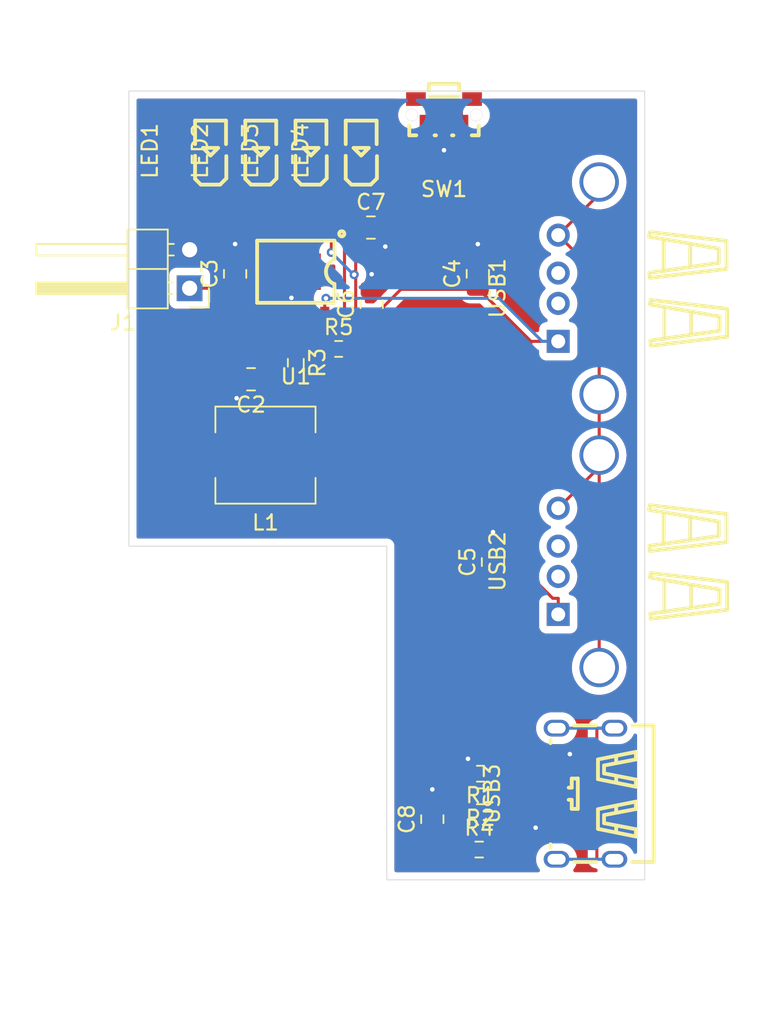
<source format=kicad_pcb>
(kicad_pcb (version 20240108) (generator "pcbnew") (generator_version "8.0")
  (layers (0 "F.Cu" signal) (31 "B.Cu" signal) (34 "B.Paste" user) (35 "F.Paste" user) (36 "B.SilkS" user "B.Silkscreen") (37 "F.SilkS" user "F.Silkscreen") (38 "B.Mask" user) (39 "F.Mask" user) (44 "Edge.Cuts" user))
  (net 0 "")
  (net 1 "GND")
  (net 2 "Net-(U1-BAT)")
  (net 3 "BAT")
  (net 4 "VOut")
  (net 5 "Vin")
  (net 6 "Net-(C8-Pad1)")
  (net 7 "Net-(U1-SW)")
  (net 8 "Net-(LED1-+)")
  (net 9 "Net-(LED1--)")
  (net 10 "Net-(LED3-+)")
  (net 11 "Net-(USB3-CC2)")
  (net 12 "Net-(USB3-CC1)")
  (net 13 "Net-(U1-KEY)")
  (net 14 "Net-(R5-Pad2)")
  (net 15 "Net-(USB1-GND)")
  (net 20 "unconnected-(USB3-EH-Pad7)")
  (footprint "Inductor_SMD:L_6.3x6.3_H3" (layer "F.Cu") (at 113 47 180)
    (property "Reference" "L1" (at 0 -4.45 0) (layer "F.SilkS"))
    (property "Value" "1uH")
    (fp_line (start 3.3 3.2) (end -3.3 3.2) (stroke (width 0.12)) (layer "F.SilkS"))
    (fp_line (start 3.3 1.5) (end 3.3 3.2) (stroke (width 0.12)) (layer "F.SilkS"))
    (fp_line (start 3.3 -3.2) (end 3.3 -1.5) (stroke (width 0.12)) (layer "F.SilkS"))
    (fp_line (start -3.3 3.2) (end -3.3 1.5) (stroke (width 0.12)) (layer "F.SilkS"))
    (fp_line (start -3.3 -1.5) (end -3.3 -3.2) (stroke (width 0.12)) (layer "F.SilkS"))
    (fp_line (start -3.3 -3.2) (end 3.3 -3.2) (stroke (width 0.12)) (layer "F.SilkS"))
    (pad "1" smd rect (at -2.75 0 180) (size 1.5 2.4) (layers "F.Cu" "F.Paste" "F.Mask") (net 7 "Net-(U1-SW)"))
    (pad "2" smd rect (at 2.75 0 180) (size 1.5 2.4) (layers "F.Cu" "F.Paste" "F.Mask") (net 3 "BAT"))
  )
  (footprint "Capacitor_SMD:C_0805_2012Metric" (layer "F.Cu") (at 119.95 32)
    (property "Reference" "C7" (at 0 -1.68 0) (layer "F.SilkS"))
    (property "Value" "22uF")
    (fp_line (start -0.261252 -0.735) (end 0.261252 -0.735) (stroke (width 0.12)) (layer "F.SilkS"))
    (fp_line (start -0.261252 0.735) (end 0.261252 0.735) (stroke (width 0.12)) (layer "F.SilkS"))
    (pad "1" smd roundrect (at -0.95 0) (size 1 1.45) (layers "F.Cu" "F.Paste" "F.Mask") (net 5 "Vin"))
    (pad "2" smd roundrect (at 0.95 0) (size 1 1.45) (layers "F.Cu" "F.Paste" "F.Mask") (net 1 "GND"))
  )
  (footprint "Capacitor_SMD:C_0805_2012Metric" (layer "F.Cu") (at 112.05 42 180)
    (property "Reference" "C2" (at 0 -1.68 0) (layer "F.SilkS"))
    (property "Value" "22uF")
    (fp_line (start -0.261252 0.735) (end 0.261252 0.735) (stroke (width 0.12)) (layer "F.SilkS"))
    (fp_line (start -0.261252 -0.735) (end 0.261252 -0.735) (stroke (width 0.12)) (layer "F.SilkS"))
    (pad "1" smd roundrect (at -0.95 0 180) (size 1 1.45) (layers "F.Cu" "F.Paste" "F.Mask") (net 2 "Net-(U1-BAT)"))
    (pad "2" smd roundrect (at 0.95 0 180) (size 1 1.45) (layers "F.Cu" "F.Paste" "F.Mask") (net 1 "GND"))
  )
  (footprint "Capacitor_SMD:C_0805_2012Metric" (layer "F.Cu") (at 120 37.05 90)
    (property "Reference" "C6" (at 0 -1.68 90) (layer "F.SilkS"))
    (property "Value" "22uF")
    (fp_line (start -0.261252 -0.735) (end 0.261252 -0.735) (stroke (width 0.12)) (layer "F.SilkS"))
    (fp_line (start -0.261252 0.735) (end 0.261252 0.735) (stroke (width 0.12)) (layer "F.SilkS"))
    (pad "1" smd roundrect (at -0.95 0 90) (size 1 1.45) (layers "F.Cu" "F.Paste" "F.Mask") (net 4 "VOut"))
    (pad "2" smd roundrect (at 0.95 0 90) (size 1 1.45) (layers "F.Cu" "F.Paste" "F.Mask") (net 1 "GND"))
  )
  (footprint "Resistor_SMD:R_0603_1608Metric" (layer "F.Cu") (at 117.825 40)
    (property "Reference" "R5" (at 0 -1.43 0) (layer "F.SilkS"))
    (property "Value" "10k")
    (fp_line (start -0.237258 -0.5225) (end 0.237258 -0.5225) (stroke (width 0.12)) (layer "F.SilkS"))
    (fp_line (start -0.237258 0.5225) (end 0.237258 0.5225) (stroke (width 0.12)) (layer "F.SilkS"))
    (pad "1" smd roundrect (at -0.825 0) (size 0.8 0.95) (layers "F.Cu" "F.Paste" "F.Mask") (net 13 "Net-(U1-KEY)"))
    (pad "2" smd roundrect (at 0.825 0) (size 0.8 0.95) (layers "F.Cu" "F.Paste" "F.Mask") (net 14 "Net-(R5-Pad2)"))
  )
  (footprint "Resistor_SMD:R_0603_1608Metric" (layer "F.Cu") (at 127.175 69.49 180)
    (property "Reference" "R2" (at 0 -1.43 0) (layer "F.SilkS"))
    (property "Value" "5.11k")
    (fp_line (start -0.237258 0.5225) (end 0.237258 0.5225) (stroke (width 0.12)) (layer "F.SilkS"))
    (fp_line (start -0.237258 -0.5225) (end 0.237258 -0.5225) (stroke (width 0.12)) (layer "F.SilkS"))
    (pad "1" smd roundrect (at -0.825 0 180) (size 0.8 0.95) (layers "F.Cu" "F.Paste" "F.Mask") (net 12 "Net-(USB3-CC1)"))
    (pad "2" smd roundrect (at 0.825 0 180) (size 0.8 0.95) (layers "F.Cu" "F.Paste" "F.Mask") (net 1 "GND"))
  )
  (footprint "Resistor_SMD:R_0603_1608Metric_Pad0.98x0.95mm_HandSolder" (layer "F.Cu") (at 115 40.9125 -90)
    (property "Reference" "R3" (at 0 -1.43 90) (layer "F.SilkS"))
    (property "Value" "0.5")
    (fp_line (start -0.254724 0.5225) (end 0.254724 0.5225) (stroke (width 0.12)) (layer "F.SilkS"))
    (fp_line (start -0.254724 -0.5225) (end 0.254724 -0.5225) (stroke (width 0.12)) (layer "F.SilkS"))
    (pad "1" smd roundrect (at -0.9125 0 270) (size 0.975 0.95) (layers "F.Cu" "F.Paste" "F.Mask") (net 2 "Net-(U1-BAT)"))
    (pad "2" smd roundrect (at 0.9125 0 270) (size 0.975 0.95) (layers "F.Cu" "F.Paste" "F.Mask") (net 3 "BAT"))
  )
  (footprint "Capacitor_SMD:C_0805_2012Metric" (layer "F.Cu") (at 128 54.05 90)
    (property "Reference" "C5" (at 0 -1.68 90) (layer "F.SilkS"))
    (property "Value" "22uF")
    (fp_line (start -0.261252 -0.735) (end 0.261252 -0.735) (stroke (width 0.12)) (layer "F.SilkS"))
    (fp_line (start -0.261252 0.735) (end 0.261252 0.735) (stroke (width 0.12)) (layer "F.SilkS"))
    (pad "1" smd roundrect (at -0.95 0 90) (size 1 1.45) (layers "F.Cu" "F.Paste" "F.Mask") (net 4 "VOut"))
    (pad "2" smd roundrect (at 0.95 0 90) (size 1 1.45) (layers "F.Cu" "F.Paste" "F.Mask") (net 1 "GND"))
  )
  (footprint "easyeda2kicad:LED0805-R-RD" (layer "F.Cu") (at 109.38 26.95 90)
    (property "Reference" "LED1" (at 0 -4 90) (layer "F.SilkS"))
    (property "Value" "17-21SUYC/TR8")
    (fp_line (start 2 -1.02) (end 0.45 -1.02) (stroke (width 0.25)) (layer "F.SilkS"))
    (fp_line (start -1.84 -1.02) (end -0.32 -1.02) (stroke (width 0.25)) (layer "F.SilkS"))
    (fp_line (start -2.22 -0.64) (end -1.84 -1.02) (stroke (width 0.25)) (layer "F.SilkS"))
    (fp_line (start 0.2 -0.5) (end -0.2 -0.1) (stroke (width 0.25)) (layer "F.SilkS"))
    (fp_line (start 0.2 -0.5) (end 0.2 0.5) (stroke (width 0.25)) (layer "F.SilkS"))
    (fp_line (start -0.2 -0.1) (end -0.3 0) (stroke (width 0.25)) (layer "F.SilkS"))
    (fp_line (start -0.3 0) (end -0.2 0.1) (stroke (width 0.25)) (layer "F.SilkS"))
    (fp_line (start -0.2 0.1) (end 0.2 0.5) (stroke (width 0.25)) (layer "F.SilkS"))
    (fp_line (start -2.22 0.63) (end -2.22 -0.64) (stroke (width 0.25)) (layer "F.SilkS"))
    (fp_line (start 2 1.02) (end 2 -1.02) (stroke (width 0.25)) (layer "F.SilkS"))
    (fp_line (start 0.45 1.02) (end 2 1.02) (stroke (width 0.25)) (layer "F.SilkS"))
    (fp_line (start -0.34 1.04) (end -1.81 1.04) (stroke (width 0.25)) (layer "F.SilkS"))
    (fp_line (start -1.81 1.04) (end -2.22 0.63) (stroke (width 0.25)) (layer "F.SilkS"))
    (pad "1" smd rect (at 1.05 0 270) (size 1 1.4) (layers "F.Cu" "F.Paste" "F.Mask") (net 8 "Net-(LED1-+)"))
    (pad "2" smd rect (at -1.05 0 270) (size 1 1.4) (layers "F.Cu" "F.Paste" "F.Mask") (net 9 "Net-(LED1--)"))
  )
  (footprint "easyeda2kicad:LED0805-R-RD" (layer "F.Cu") (at 119.31 26.95 90)
    (property "Reference" "LED4" (at 0 -4 90) (layer "F.SilkS"))
    (property "Value" "17-21SUYC/TR8")
    (fp_line (start 2 -1.02) (end 0.45 -1.02) (stroke (width 0.25)) (layer "F.SilkS"))
    (fp_line (start -1.84 -1.02) (end -0.32 -1.02) (stroke (width 0.25)) (layer "F.SilkS"))
    (fp_line (start -2.22 -0.64) (end -1.84 -1.02) (stroke (width 0.25)) (layer "F.SilkS"))
    (fp_line (start 0.2 -0.5) (end -0.2 -0.1) (stroke (width 0.25)) (layer "F.SilkS"))
    (fp_line (start 0.2 -0.5) (end 0.2 0.5) (stroke (width 0.25)) (layer "F.SilkS"))
    (fp_line (start -0.2 -0.1) (end -0.3 0) (stroke (width 0.25)) (layer "F.SilkS"))
    (fp_line (start -0.3 0) (end -0.2 0.1) (stroke (width 0.25)) (layer "F.SilkS"))
    (fp_line (start -0.2 0.1) (end 0.2 0.5) (stroke (width 0.25)) (layer "F.SilkS"))
    (fp_line (start -2.22 0.63) (end -2.22 -0.64) (stroke (width 0.25)) (layer "F.SilkS"))
    (fp_line (start 2 1.02) (end 2 -1.02) (stroke (width 0.25)) (layer "F.SilkS"))
    (fp_line (start 0.45 1.02) (end 2 1.02) (stroke (width 0.25)) (layer "F.SilkS"))
    (fp_line (start -0.34 1.04) (end -1.81 1.04) (stroke (width 0.25)) (layer "F.SilkS"))
    (fp_line (start -1.81 1.04) (end -2.22 0.63) (stroke (width 0.25)) (layer "F.SilkS"))
    (pad "1" smd rect (at 1.05 0 270) (size 1 1.4) (layers "F.Cu" "F.Paste" "F.Mask") (net 9 "Net-(LED1--)"))
    (pad "2" smd rect (at -1.05 0 270) (size 1 1.4) (layers "F.Cu" "F.Paste" "F.Mask") (net 10 "Net-(LED3-+)"))
  )
  (footprint "easyeda2kicad:TYPE-C-SMD_TYPE-C-6P_5" (layer "F.Cu") (at 133.97 69.32 90)
    (property "Reference" "USB3" (at 0 -6.03 90) (layer "F.SilkS"))
    (property "Value" "TYPE-C 6P(073)")
    (fp_line (start 3.33 -2.18) (end 3.54 -2.18) (stroke (width 0.25)) (layer "F.SilkS"))
    (fp_line (start -3.54 -2.18) (end -3.33 -2.18) (stroke (width 0.25)) (layer "F.SilkS"))
    (fp_line (start 1 -0.78) (end 0.4 -0.78) (stroke (width 0.25)) (layer "F.SilkS"))
    (fp_line (start 0.4 -0.78) (end 0.4 -0.98) (stroke (width 0.25)) (layer "F.SilkS"))
    (fp_line (start -0.4 -0.78) (end -0.4 -0.98) (stroke (width 0.25)) (layer "F.SilkS"))
    (fp_line (start -1 -0.78) (end -0.4 -0.78) (stroke (width 0.25)) (layer "F.SilkS"))
    (fp_line (start -4.5 -0.58) (end -4.5 -0.62) (stroke (width 0.25)) (layer "F.SilkS"))
    (fp_line (start -4.5 -0.58) (end -4.5 0.86) (stroke (width 0.25)) (layer "F.SilkS"))
    (fp_line (start 1 -0.38) (end 1 -0.78) (stroke (width 0.25)) (layer "F.SilkS"))
    (fp_line (start -1 -0.38) (end -1 -0.78) (stroke (width 0.25)) (layer "F.SilkS"))
    (fp_line (start -1.01 -0.38) (end 1.01 -0.38) (stroke (width 0.25)) (layer "F.SilkS"))
    (fp_line (start 4.5 0.82) (end 4.5 -0.63) (stroke (width 0.25)) (layer "F.SilkS"))
    (fp_line (start 2.26 0.95) (end 2.76 3.45) (stroke (width 0.25)) (layer "F.SilkS"))
    (fp_line (start 0.96 0.95) (end 2.26 0.95) (stroke (width 0.25)) (layer "F.SilkS"))
    (fp_line (start -1.02 0.95) (end -0.52 3.45) (stroke (width 0.25)) (layer "F.SilkS"))
    (fp_line (start -2.32 0.95) (end -1.02 0.95) (stroke (width 0.25)) (layer "F.SilkS"))
    (fp_line (start 1.86 1.35) (end 1.34 1.35) (stroke (width 0.25)) (layer "F.SilkS"))
    (fp_line (start 1.34 1.35) (end 0.93 3.45) (stroke (width 0.25)) (layer "F.SilkS"))
    (fp_line (start -1.41 1.35) (end -1.94 1.35) (stroke (width 0.25)) (layer "F.SilkS"))
    (fp_line (start -1.94 1.35) (end -2.34 3.45) (stroke (width 0.25)) (layer "F.SilkS"))
    (fp_line (start 2.06 2.15) (end 2.46 2.15) (stroke (width 0.25)) (layer "F.SilkS"))
    (fp_line (start 0.76 2.15) (end 1.16 2.15) (stroke (width 0.25)) (layer "F.SilkS"))
    (fp_line (start -1.22 2.15) (end -0.82 2.15) (stroke (width 0.25)) (layer "F.SilkS"))
    (fp_line (start -2.52 2.15) (end -2.12 2.15) (stroke (width 0.25)) (layer "F.SilkS"))
    (fp_line (start -4.5 3.2) (end -4.5 4.62) (stroke (width 0.25)) (layer "F.SilkS"))
    (fp_line (start -4.5 3.22) (end -4.5 3.2) (stroke (width 0.25)) (layer "F.SilkS"))
    (fp_line (start 2.76 3.45) (end 2.26 3.45) (stroke (width 0.25)) (layer "F.SilkS"))
    (fp_line (start 2.26 3.45) (end 1.86 1.35) (stroke (width 0.25)) (layer "F.SilkS"))
    (fp_line (start 0.93 3.45) (end 0.46 3.45) (stroke (width 0.25)) (layer "F.SilkS"))
    (fp_line (start 0.46 3.45) (end 0.96 0.95) (stroke (width 0.25)) (layer "F.SilkS"))
    (fp_line (start -0.52 3.45) (end -1.01 3.45) (stroke (width 0.25)) (layer "F.SilkS"))
    (fp_line (start -1.01 3.45) (end -1.41 1.35) (stroke (width 0.25)) (layer "F.SilkS"))
    (fp_line (start -2.34 3.45) (end -2.82 3.45) (stroke (width 0.25)) (layer "F.SilkS"))
    (fp_line (start -2.82 3.45) (end -2.32 0.95) (stroke (width 0.25)) (layer "F.SilkS"))
    (fp_line (start 4.5 4.62) (end 4.5 3.22) (stroke (width 0.25)) (layer "F.SilkS"))
    (fp_line (start -4.5 4.62) (end 4.5 4.62) (stroke (width 0.25)) (layer "F.SilkS"))
    (pad "7" thru_hole oval (at -4.32 -1.78 90) (size 1.1 1.7) (drill oval 0.700024 1.199998) (layers "*.Cu" "*.Mask") (net 20 "unconnected-(USB3-EH-Pad7)"))
    (pad "7" thru_hole oval (at -4.32 2.03 90) (size 1.1 1.7) (drill oval 0.700024 1.199998) (layers "*.Cu" "*.Mask") (net 20 "unconnected-(USB3-EH-Pad7)"))
    (pad "7" thru_hole oval (at 4.32 -1.78 90) (size 1.1 1.7) (drill oval 0.700024 1.199998) (layers "*.Cu" "*.Mask") (net 20 "unconnected-(USB3-EH-Pad7)"))
    (pad "7" thru_hole oval (at 4.32 2.03 90) (size 1.1 1.7) (drill oval 0.700024 1.199998) (layers "*.Cu" "*.Mask") (net 20 "unconnected-(USB3-EH-Pad7)"))
    (pad "A5" smd rect (at -0.5 -2.03 90) (size 0.7 1.2) (layers "F.Cu" "F.Paste" "F.Mask") (net 12 "Net-(USB3-CC1)"))
    (pad "A9" smd rect (at 1.5 -2.03 90) (size 0.7 1.2) (layers "F.Cu" "F.Paste" "F.Mask") (net 5 "Vin"))
    (pad "A12" smd rect (at 2.7 -2.03 90) (size 0.8 1.2) (layers "F.Cu" "F.Paste" "F.Mask") (net 1 "GND"))
    (pad "B5" smd rect (at 0.5 -2.03 90) (size 0.7 1.2) (layers "F.Cu" "F.Paste" "F.Mask") (net 11 "Net-(USB3-CC2)"))
    (pad "B9" smd rect (at -1.5 -2.03 90) (size 0.7 1.2) (layers "F.Cu" "F.Paste" "F.Mask") (net 5 "Vin"))
    (pad "B12" smd rect (at -2.7 -2.03 90) (size 0.8 1.2) (layers "F.Cu" "F.Paste" "F.Mask") (net 1 "GND"))
  )
  (footprint "Capacitor_SMD:C_0805_2012Metric" (layer "F.Cu") (at 111 35.05 90)
    (property "Reference" "C3" (at 0 -1.68 90) (layer "F.SilkS"))
    (property "Value" "22uF")
    (fp_line (start -0.261252 -0.735) (end 0.261252 -0.735) (stroke (width 0.12)) (layer "F.SilkS"))
    (fp_line (start -0.261252 0.735) (end 0.261252 0.735) (stroke (width 0.12)) (layer "F.SilkS"))
    (pad "1" smd roundrect (at -0.95 0 90) (size 1 1.45) (layers "F.Cu" "F.Paste" "F.Mask") (net 3 "BAT"))
    (pad "2" smd roundrect (at 0.95 0 90) (size 1 1.45) (layers "F.Cu" "F.Paste" "F.Mask") (net 1 "GND"))
  )
  (footprint "easyeda2kicad:ESOP-8_L4.9-W3.9-P1.27-LS6.0-BL-EP" (layer "F.Cu") (at 115 34.91 180)
    (property "Reference" "U1" (at 0 -6.91 0) (layer "F.SilkS"))
    (property "Value" "IP5306-LC")
    (fp_line (start 2.55 2.05) (end -2.55 2.05) (stroke (width 0.25)) (layer "F.SilkS"))
    (fp_line (start 2.55 -2.05) (end 2.55 2.05) (stroke (width 0.25)) (layer "F.SilkS"))
    (fp_line (start -2.55 0.8) (end -2.55 2.05) (stroke (width 0.25)) (layer "F.SilkS"))
    (fp_line (start -2.55 -0.8) (end -2.55 -2.05) (stroke (width 0.25)) (layer "F.SilkS"))
    (fp_line (start -2.55 -2.05) (end 2.55 -2.05) (stroke (width 0.25)) (layer "F.SilkS"))
    (fp_arc (start -2.505609 -0.80257) (mid -1.988586 -0.003085) (end -2.5 0.8) (stroke (width 0.25)) (layer "F.SilkS"))
    (fp_circle (center -3.03 2.5) (end -2.86 2.5) (stroke (width 0.25)) (fill none) (layer "F.SilkS"))
    (pad "1" smd rect (at -1.91 2.91 180) (size 0.6 1.2) (layers "F.Cu" "F.Paste" "F.Mask") (net 5 "Vin"))
    (pad "2" smd rect (at -0.64 2.91 180) (size 0.6 1.2) (layers "F.Cu" "F.Paste" "F.Mask") (net 8 "Net-(LED1-+)"))
    (pad "3" smd rect (at 0.64 2.91 180) (size 0.6 1.2) (layers "F.Cu" "F.Paste" "F.Mask") (net 10 "Net-(LED3-+)"))
    (pad "4" smd rect (at 1.91 2.91 180) (size 0.6 1.2) (layers "F.Cu" "F.Paste" "F.Mask") (net 9 "Net-(LED1--)"))
    (pad "5" smd rect (at 1.91 -2.91 180) (size 0.6 1.2) (layers "F.Cu" "F.Paste" "F.Mask") (net 13 "Net-(U1-KEY)"))
    (pad "6" smd rect (at 0.64 -2.91 180) (size 0.6 1.2) (layers "F.Cu" "F.Paste" "F.Mask") (net 2 "Net-(U1-BAT)"))
    (pad "7" smd rect (at -0.64 -2.91 180) (size 0.6 1.2) (layers "F.Cu" "F.Paste" "F.Mask") (net 7 "Net-(U1-SW)"))
    (pad "8" smd rect (at -1.91 -2.91 180) (size 0.6 1.2) (layers "F.Cu" "F.Paste" "F.Mask") (net 4 "VOut"))
    (pad "9" smd rect (at 0 0) (size 3.3 2.4) (layers "F.Cu" "F.Paste" "F.Mask") (net 1 "GND"))
  )
  (footprint "Resistor_SMD:R_0603_1608Metric" (layer "F.Cu") (at 127.175 68 180)
    (property "Reference" "R1" (at 0 -1.43 0) (layer "F.SilkS"))
    (property "Value" "5.11k")
    (fp_line (start -0.237258 0.5225) (end 0.237258 0.5225) (stroke (width 0.12)) (layer "F.SilkS"))
    (fp_line (start -0.237258 -0.5225) (end 0.237258 -0.5225) (stroke (width 0.12)) (layer "F.SilkS"))
    (pad "1" smd roundrect (at -0.825 0 180) (size 0.8 0.95) (layers "F.Cu" "F.Paste" "F.Mask") (net 11 "Net-(USB3-CC2)"))
    (pad "2" smd roundrect (at 0.825 0 180) (size 0.8 0.95) (layers "F.Cu" "F.Paste" "F.Mask") (net 1 "GND"))
  )
  (footprint "easyeda2kicad:LED0805-R-RD" (layer "F.Cu") (at 112.69 26.95 90)
    (property "Reference" "LED2" (at 0 -4 90) (layer "F.SilkS"))
    (property "Value" "17-21SUYC/TR8")
    (fp_line (start 2 -1.02) (end 0.45 -1.02) (stroke (width 0.25)) (layer "F.SilkS"))
    (fp_line (start -1.84 -1.02) (end -0.32 -1.02) (stroke (width 0.25)) (layer "F.SilkS"))
    (fp_line (start -2.22 -0.64) (end -1.84 -1.02) (stroke (width 0.25)) (layer "F.SilkS"))
    (fp_line (start 0.2 -0.5) (end -0.2 -0.1) (stroke (width 0.25)) (layer "F.SilkS"))
    (fp_line (start 0.2 -0.5) (end 0.2 0.5) (stroke (width 0.25)) (layer "F.SilkS"))
    (fp_line (start -0.2 -0.1) (end -0.3 0) (stroke (width 0.25)) (layer "F.SilkS"))
    (fp_line (start -0.3 0) (end -0.2 0.1) (stroke (width 0.25)) (layer "F.SilkS"))
    (fp_line (start -0.2 0.1) (end 0.2 0.5) (stroke (width 0.25)) (layer "F.SilkS"))
    (fp_line (start -2.22 0.63) (end -2.22 -0.64) (stroke (width 0.25)) (layer "F.SilkS"))
    (fp_line (start 2 1.02) (end 2 -1.02) (stroke (width 0.25)) (layer "F.SilkS"))
    (fp_line (start 0.45 1.02) (end 2 1.02) (stroke (width 0.25)) (layer "F.SilkS"))
    (fp_line (start -0.34 1.04) (end -1.81 1.04) (stroke (width 0.25)) (layer "F.SilkS"))
    (fp_line (start -1.81 1.04) (end -2.22 0.63) (stroke (width 0.25)) (layer "F.SilkS"))
    (pad "1" smd rect (at 1.05 0 270) (size 1 1.4) (layers "F.Cu" "F.Paste" "F.Mask") (net 9 "Net-(LED1--)"))
    (pad "2" smd rect (at -1.05 0 270) (size 1 1.4) (layers "F.Cu" "F.Paste" "F.Mask") (net 8 "Net-(LED1-+)"))
  )
  (footprint "easyeda2kicad:SW-SMD_GT-TC108A-H034-L1" (layer "F.Cu") (at 124.77 24.5 180)
    (property "Reference" "SW1" (at 0 -4.97 0) (layer "F.SilkS"))
    (property "Value" "GT-TC108A-H034-L1S")
    (fp_line (start 2.29 -1.42) (end 2.29 -0.78) (stroke (width 0.25)) (layer "F.SilkS"))
    (fp_line (start 1.83 -1.42) (end 2.29 -1.42) (stroke (width 0.25)) (layer "F.SilkS"))
    (fp_line (start 1 1.98) (end 1 1.54) (stroke (width 0.25)) (layer "F.SilkS"))
    (fp_line (start 0.97 1.13) (end -0.97 1.13) (stroke (width 0.25)) (layer "F.SilkS"))
    (fp_line (start 0.53 -1.42) (end 0.62 -1.42) (stroke (width 0.25)) (layer "F.SilkS"))
    (fp_line (start -0.62 -1.42) (end -0.53 -1.42) (stroke (width 0.25)) (layer "F.SilkS"))
    (fp_line (start -1 1.98) (end 1 1.98) (stroke (width 0.25)) (layer "F.SilkS"))
    (fp_line (start -1 1.98) (end -1 1.54) (stroke (width 0.25)) (layer "F.SilkS"))
    (fp_line (start -2.29 -1.42) (end -1.83 -1.42) (stroke (width 0.25)) (layer "F.SilkS"))
    (fp_line (start -2.29 -1.42) (end -2.29 -0.78) (stroke (width 0.25)) (layer "F.SilkS"))
    (pad "" thru_hole circle (at -2.12 -0.08 180) (size 0.8 0.8) (drill 0.8) (layers "*.Cu" "*.Mask"))
    (pad "" thru_hole circle (at 2.12 -0.08 180) (size 0.8 0.8) (drill 0.8) (layers "*.Cu" "*.Mask"))
    (pad "1" smd rect (at -1.85 0.97 180) (size 1.3 0.9) (layers "F.Cu" "F.Paste" "F.Mask") (net 14 "Net-(R5-Pad2)"))
    (pad "1" smd rect (at -1.23 -0.97 180) (size 0.75 1.8) (layers "F.Cu" "F.Paste" "F.Mask") (net 14 "Net-(R5-Pad2)"))
    (pad "2" smd rect (at 0 -0.97 180) (size 0.6 1.8) (layers "F.Cu" "F.Paste" "F.Mask") (net 1 "GND"))
    (pad "3" smd rect (at 1.23 -0.97 180) (size 0.75 1.8) (layers "F.Cu" "F.Paste" "F.Mask") (net 14 "Net-(R5-Pad2)"))
    (pad "3" smd rect (at 1.85 0.97 180) (size 1.3 0.9) (layers "F.Cu" "F.Paste" "F.Mask") (net 14 "Net-(R5-Pad2)"))
  )
  (footprint "Capacitor_SMD:C_0805_2012Metric" (layer "F.Cu") (at 124 71 90)
    (property "Reference" "C8" (at 0 -1.68 90) (layer "F.SilkS"))
    (property "Value" "22uF")
    (fp_line (start -0.261252 -0.735) (end 0.261252 -0.735) (stroke (width 0.12)) (layer "F.SilkS"))
    (fp_line (start -0.261252 0.735) (end 0.261252 0.735) (stroke (width 0.12)) (layer "F.SilkS"))
    (pad "1" smd roundrect (at -0.95 0 90) (size 1 1.45) (layers "F.Cu" "F.Paste" "F.Mask") (net 6 "Net-(C8-Pad1)"))
    (pad "2" smd roundrect (at 0.95 0 90) (size 1 1.45) (layers "F.Cu" "F.Paste" "F.Mask") (net 1 "GND"))
  )
  (footprint "easyeda2kicad:USB-A-TH_C46407" (layer "F.Cu") (at 133.65 54 90)
    (property "Reference" "USB2" (at 0 -5.35 90) (layer "F.SilkS"))
    (property "Value" "USB-AF-90-14.4X13.6-H7.0-DIP")
    (fp_line (start 3.4 4.64) (end 3.7 4.69) (stroke (width 0.25)) (layer "F.SilkS"))
    (fp_line (start 1.02 4.67) (end 1.67 9.23) (stroke (width 0.25)) (layer "F.SilkS"))
    (fp_line (start 3.7 4.69) (end 3.12 9.74) (stroke (width 0.25)) (layer "F.SilkS"))
    (fp_line (start 0.68 4.69) (end 1.02 4.67) (stroke (width 0.25)) (layer "F.SilkS"))
    (fp_line (start -1.07 4.69) (end -1.86 9.28) (stroke (width 0.25)) (layer "F.SilkS"))
    (fp_line (start -3.45 4.72) (end -3.79 4.75) (stroke (width 0.25)) (layer "F.SilkS"))
    (fp_line (start -0.77 4.74) (end -1.07 4.69) (stroke (width 0.25)) (layer "F.SilkS"))
    (fp_line (start -3.79 4.75) (end -3.2 9.79) (stroke (width 0.25)) (layer "F.SilkS"))
    (fp_line (start 1.11 5.6) (end 3.2 5.6) (stroke (width 0.25)) (layer "F.SilkS"))
    (fp_line (start -3.36 5.65) (end -1.27 5.65) (stroke (width 0.25)) (layer "F.SilkS"))
    (fp_line (start 1.44 7.35) (end 2.89 7.35) (stroke (width 0.25)) (layer "F.SilkS"))
    (fp_line (start -3.03 7.41) (end -1.58 7.41) (stroke (width 0.25)) (layer "F.SilkS"))
    (fp_line (start 2.61 9.23) (end 3.4 4.64) (stroke (width 0.25)) (layer "F.SilkS"))
    (fp_line (start 1.67 9.23) (end 2.61 9.23) (stroke (width 0.25)) (layer "F.SilkS"))
    (fp_line (start -1.86 9.28) (end -2.8 9.28) (stroke (width 0.25)) (layer "F.SilkS"))
    (fp_line (start -2.8 9.28) (end -3.45 4.72) (stroke (width 0.25)) (layer "F.SilkS"))
    (fp_line (start 3.12 9.74) (end 1.27 9.74) (stroke (width 0.25)) (layer "F.SilkS"))
    (fp_line (start 1.27 9.74) (end 0.68 4.69) (stroke (width 0.25)) (layer "F.SilkS"))
    (fp_line (start -1.35 9.79) (end -0.77 4.74) (stroke (width 0.25)) (layer "F.SilkS"))
    (fp_line (start -3.2 9.79) (end -1.35 9.79) (stroke (width 0.25)) (layer "F.SilkS"))
    (pad "1" thru_hole rect (at -3.5 -1.35 90) (size 1.52 1.52) (drill 0.919988) (layers "*.Cu" "*.Mask") (net 4 "VOut"))
    (pad "2" thru_hole circle (at -1 -1.35 90) (size 1.52 1.52) (drill 0.919988) (layers "*.Cu" "*.Mask"))
    (pad "3" thru_hole circle (at 1 -1.35 90) (size 1.52 1.52) (drill 0.919988) (layers "*.Cu" "*.Mask"))
    (pad "4" thru_hole circle (at 3.5 -1.35 90) (size 1.52 1.52) (drill 0.919988) (layers "*.Cu" "*.Mask") (net 15 "Net-(USB1-GND)"))
    (pad "5" thru_hole circle (at 7 1.35 90) (size 2.6 2.6) (drill 2.100021) (layers "*.Cu" "*.Mask") (net 15 "Net-(USB1-GND)"))
    (pad "6" thru_hole circle (at -7 1.35 90) (size 2.6 2.6) (drill 2.100021) (layers "*.Cu" "*.Mask") (net 15 "Net-(USB1-GND)"))
  )
  (footprint "easyeda2kicad:USB-A-TH_C46407" (layer "F.Cu") (at 133.65 36 90)
    (property "Reference" "USB1" (at 0 -5.35 90) (layer "F.SilkS"))
    (property "Value" "USB-AF-90-14.4X13.6-H7.0-DIP")
    (fp_line (start 3.4 4.64) (end 3.7 4.69) (stroke (width 0.25)) (layer "F.SilkS"))
    (fp_line (start 1.02 4.67) (end 1.67 9.23) (stroke (width 0.25)) (layer "F.SilkS"))
    (fp_line (start 3.7 4.69) (end 3.12 9.74) (stroke (width 0.25)) (layer "F.SilkS"))
    (fp_line (start 0.68 4.69) (end 1.02 4.67) (stroke (width 0.25)) (layer "F.SilkS"))
    (fp_line (start -1.07 4.69) (end -1.86 9.28) (stroke (width 0.25)) (layer "F.SilkS"))
    (fp_line (start -3.45 4.72) (end -3.79 4.75) (stroke (width 0.25)) (layer "F.SilkS"))
    (fp_line (start -0.77 4.74) (end -1.07 4.69) (stroke (width 0.25)) (layer "F.SilkS"))
    (fp_line (start -3.79 4.75) (end -3.2 9.79) (stroke (width 0.25)) (layer "F.SilkS"))
    (fp_line (start 1.11 5.6) (end 3.2 5.6) (stroke (width 0.25)) (layer "F.SilkS"))
    (fp_line (start -3.36 5.65) (end -1.27 5.65) (stroke (width 0.25)) (layer "F.SilkS"))
    (fp_line (start 1.44 7.35) (end 2.89 7.35) (stroke (width 0.25)) (layer "F.SilkS"))
    (fp_line (start -3.03 7.41) (end -1.58 7.41) (stroke (width 0.25)) (layer "F.SilkS"))
    (fp_line (start 2.61 9.23) (end 3.4 4.64) (stroke (width 0.25)) (layer "F.SilkS"))
    (fp_line (start 1.67 9.23) (end 2.61 9.23) (stroke (width 0.25)) (layer "F.SilkS"))
    (fp_line (start -1.86 9.28) (end -2.8 9.28) (stroke (width 0.25)) (layer "F.SilkS"))
    (fp_line (start -2.8 9.28) (end -3.45 4.72) (stroke (width 0.25)) (layer "F.SilkS"))
    (fp_line (start 3.12 9.74) (end 1.27 9.74) (stroke (width 0.25)) (layer "F.SilkS"))
    (fp_line (start 1.27 9.74) (end 0.68 4.69) (stroke (width 0.25)) (layer "F.SilkS"))
    (fp_line (start -1.35 9.79) (end -0.77 4.74) (stroke (width 0.25)) (layer "F.SilkS"))
    (fp_line (start -3.2 9.79) (end -1.35 9.79) (stroke (width 0.25)) (layer "F.SilkS"))
    (pad "1" thru_hole rect (at -3.5 -1.35 90) (size 1.52 1.52) (drill 0.919988) (layers "*.Cu" "*.Mask") (net 4 "VOut"))
    (pad "2" thru_hole circle (at -1 -1.35 90) (size 1.52 1.52) (drill 0.919988) (layers "*.Cu" "*.Mask"))
    (pad "3" thru_hole circle (at 1 -1.35 90) (size 1.52 1.52) (drill 0.919988) (layers "*.Cu" "*.Mask"))
    (pad "4" thru_hole circle (at 3.5 -1.35 90) (size 1.52 1.52) (drill 0.919988) (layers "*.Cu" "*.Mask") (net 15 "Net-(USB1-GND)"))
    (pad "5" thru_hole circle (at 7 1.35 90) (size 2.6 2.6) (drill 2.100021) (layers "*.Cu" "*.Mask") (net 15 "Net-(USB1-GND)"))
    (pad "6" thru_hole circle (at -7 1.35 90) (size 2.6 2.6) (drill 2.100021) (layers "*.Cu" "*.Mask") (net 15 "Net-(USB1-GND)"))
  )
  (footprint "Resistor_SMD:R_0603_1608Metric_Pad0.98x0.95mm_HandSolder" (layer "F.Cu") (at 127.0875 73)
    (property "Reference" "R4" (at 0 -1.43 0) (layer "F.SilkS"))
    (property "Value" "2")
    (fp_line (start -0.254724 -0.5225) (end 0.254724 -0.5225) (stroke (width 0.12)) (layer "F.SilkS"))
    (fp_line (start -0.254724 0.5225) (end 0.254724 0.5225) (stroke (width 0.12)) (layer "F.SilkS"))
    (pad "1" smd roundrect (at -0.9125 0) (size 0.975 0.95) (layers "F.Cu" "F.Paste" "F.Mask") (net 6 "Net-(C8-Pad1)"))
    (pad "2" smd roundrect (at 0.9125 0) (size 0.975 0.95) (layers "F.Cu" "F.Paste" "F.Mask") (net 5 "Vin"))
  )
  (footprint "easyeda2kicad:LED0805-R-RD" (layer "F.Cu") (at 116 26.95 90)
    (property "Reference" "LED3" (at 0 -4 90) (layer "F.SilkS"))
    (property "Value" "17-21SUYC/TR8")
    (fp_line (start 2 -1.02) (end 0.45 -1.02) (stroke (width 0.25)) (layer "F.SilkS"))
    (fp_line (start -1.84 -1.02) (end -0.32 -1.02) (stroke (width 0.25)) (layer "F.SilkS"))
    (fp_line (start -2.22 -0.64) (end -1.84 -1.02) (stroke (width 0.25)) (layer "F.SilkS"))
    (fp_line (start 0.2 -0.5) (end -0.2 -0.1) (stroke (width 0.25)) (layer "F.SilkS"))
    (fp_line (start 0.2 -0.5) (end 0.2 0.5) (stroke (width 0.25)) (layer "F.SilkS"))
    (fp_line (start -0.2 -0.1) (end -0.3 0) (stroke (width 0.25)) (layer "F.SilkS"))
    (fp_line (start -0.3 0) (end -0.2 0.1) (stroke (width 0.25)) (layer "F.SilkS"))
    (fp_line (start -0.2 0.1) (end 0.2 0.5) (stroke (width 0.25)) (layer "F.SilkS"))
    (fp_line (start -2.22 0.63) (end -2.22 -0.64) (stroke (width 0.25)) (layer "F.SilkS"))
    (fp_line (start 2 1.02) (end 2 -1.02) (stroke (width 0.25)) (layer "F.SilkS"))
    (fp_line (start 0.45 1.02) (end 2 1.02) (stroke (width 0.25)) (layer "F.SilkS"))
    (fp_line (start -0.34 1.04) (end -1.81 1.04) (stroke (width 0.25)) (layer "F.SilkS"))
    (fp_line (start -1.81 1.04) (end -2.22 0.63) (stroke (width 0.25)) (layer "F.SilkS"))
    (pad "1" smd rect (at 1.05 0 270) (size 1 1.4) (layers "F.Cu" "F.Paste" "F.Mask") (net 10 "Net-(LED3-+)"))
    (pad "2" smd rect (at -1.05 0 270) (size 1 1.4) (layers "F.Cu" "F.Paste" "F.Mask") (net 9 "Net-(LED1--)"))
  )
  (footprint "Connector_PinHeader_2.54mm:PinHeader_1x02_P2.54mm_Horizontal" (layer "F.Cu") (at 108 36 180)
    (property "Reference" "J1" (at 4.385 -2.27 0) (layer "F.SilkS"))
    (property "Value" "Conn_01x02")
    (fp_line (start 10.1 2.92) (end 4.1 2.92) (stroke (width 0.12)) (layer "F.SilkS"))
    (fp_line (start 10.1 2.16) (end 10.1 2.92) (stroke (width 0.12)) (layer "F.SilkS"))
    (fp_line (start 10.1 0.38) (end 4.1 0.38) (stroke (width 0.12)) (layer "F.SilkS"))
    (fp_line (start 10.1 -0.38) (end 10.1 0.38) (stroke (width 0.12)) (layer "F.SilkS"))
    (fp_line (start 4.1 3.87) (end 4.1 -1.33) (stroke (width 0.12)) (layer "F.SilkS"))
    (fp_line (start 4.1 2.16) (end 10.1 2.16) (stroke (width 0.12)) (layer "F.SilkS"))
    (fp_line (start 4.1 0.28) (end 10.1 0.28) (stroke (width 0.12)) (layer "F.SilkS"))
    (fp_line (start 4.1 0.16) (end 10.1 0.16) (stroke (width 0.12)) (layer "F.SilkS"))
    (fp_line (start 4.1 0.04) (end 10.1 0.04) (stroke (width 0.12)) (layer "F.SilkS"))
    (fp_line (start 4.1 -0.08) (end 10.1 -0.08) (stroke (width 0.12)) (layer "F.SilkS"))
    (fp_line (start 4.1 -0.2) (end 10.1 -0.2) (stroke (width 0.12)) (layer "F.SilkS"))
    (fp_line (start 4.1 -0.32) (end 10.1 -0.32) (stroke (width 0.12)) (layer "F.SilkS"))
    (fp_line (start 4.1 -0.38) (end 10.1 -0.38) (stroke (width 0.12)) (layer "F.SilkS"))
    (fp_line (start 4.1 -1.33) (end 1.44 -1.33) (stroke (width 0.12)) (layer "F.SilkS"))
    (fp_line (start 1.44 3.87) (end 4.1 3.87) (stroke (width 0.12)) (layer "F.SilkS"))
    (fp_line (start 1.44 1.27) (end 4.1 1.27) (stroke (width 0.12)) (layer "F.SilkS"))
    (fp_line (start 1.44 -1.33) (end 1.44 3.87) (stroke (width 0.12)) (layer "F.SilkS"))
    (fp_line (start 1.11 0.38) (end 1.44 0.38) (stroke (width 0.12)) (layer "F.SilkS"))
    (fp_line (start 1.11 -0.38) (end 1.44 -0.38) (stroke (width 0.12)) (layer "F.SilkS"))
    (fp_line (start 1.042929 2.92) (end 1.44 2.92) (stroke (width 0.12)) (layer "F.SilkS"))
    (fp_line (start 1.042929 2.16) (end 1.44 2.16) (stroke (width 0.12)) (layer "F.SilkS"))
    (fp_line (start -1.27 0) (end -1.27 -1.27) (stroke (width 0.12)) (layer "F.SilkS"))
    (fp_line (start -1.27 -1.27) (end 0 -1.27) (stroke (width 0.12)) (layer "F.SilkS"))
    (pad "1" thru_hole rect (at 0 0 180) (size 1.7 1.7) (drill 1) (layers "*.Cu" "*.Mask") (net 3 "BAT"))
    (pad "2" thru_hole oval (at 0 2.54 180) (size 1.7 1.7) (drill 1) (layers "*.Cu" "*.Mask") (net 1 "GND"))
  )
  (footprint "Capacitor_SMD:C_0805_2012Metric" (layer "F.Cu") (at 127 35.05 90)
    (property "Reference" "C4" (at 0 -1.68 90) (layer "F.SilkS"))
    (property "Value" "22uF")
    (fp_line (start -0.261252 -0.735) (end 0.261252 -0.735) (stroke (width 0.12)) (layer "F.SilkS"))
    (fp_line (start -0.261252 0.735) (end 0.261252 0.735) (stroke (width 0.12)) (layer "F.SilkS"))
    (pad "1" smd roundrect (at -0.95 0 90) (size 1 1.45) (layers "F.Cu" "F.Paste" "F.Mask") (net 4 "VOut"))
    (pad "2" smd roundrect (at 0.95 0 90) (size 1 1.45) (layers "F.Cu" "F.Paste" "F.Mask") (net 1 "GND"))
  )
  (gr_poly (pts (xy 138 75) (xy 121 75) (xy 121 53) (xy 104 53) (xy 104 23) (xy 138 23)) (stroke (width 0.05)) (fill none) (layer "Edge.Cuts"))
  (segment (start 128 52.0742) (end 128 53.1) (width 0.2) (layer "F.Cu") (net 1))
  (segment (start 114.7117 36.6333) (end 114.9333 36.4117) (width 0.2) (layer "F.Cu") (net 1))
  (segment (start 111.1 43.2504) (end 111.1 42) (width 0.2) (layer "F.Cu") (net 1))
  (segment (start 130.81 71.56) (end 131.0383 71.7883) (width 0.2) (layer "F.Cu") (net 1))
  (segment (start 114.9333 36.4117) (end 115 36.4117) (width 0.2) (layer "F.Cu") (net 1))
  (segment (start 120 36.1) (end 120 35.0758) (width 0.2) (layer "F.Cu") (net 1))
  (segment (start 111 33.0856) (end 111 34.1) (width 0.2) (layer "F.Cu") (net 1))
  (segment (start 133.0653 66.71) (end 132.9317 66.71) (width 0.2) (layer "F.Cu") (net 1))
  (segment (start 124 69.0341) (end 124 70.05) (width 0.2) (layer "F.Cu") (net 1))
  (segment (start 126.35 69.49) (end 126.35 68) (width 0.2) (layer "F.Cu") (net 1))
  (segment (start 115 34.91) (end 115 36.4117) (width 0.2) (layer "F.Cu") (net 1))
  (segment (start 127 34.1) (end 127 33.0917) (width 0.2) (layer "F.Cu") (net 1))
  (segment (start 126.35 67.0191) (end 126.35 68) (width 0.2) (layer "F.Cu") (net 1))
  (segment (start 131.94 66.62) (end 132.8417 66.62) (width 0.2) (layer "F.Cu") (net 1))
  (segment (start 131.0383 71.7883) (end 131.0383 72.02) (width 0.2) (layer "F.Cu") (net 1))
  (segment (start 120.9 33.2539) (end 120.9 32) (width 0.2) (layer "F.Cu") (net 1))
  (segment (start 131.94 72.02) (end 131.0383 72.02) (width 0.2) (layer "F.Cu") (net 1))
  (segment (start 132.9317 66.71) (end 132.8417 66.62) (width 0.2) (layer "F.Cu") (net 1))
  (segment (start 124.77 26.902) (end 124.77 25.47) (width 0.2) (layer "F.Cu") (net 1))
  (via (at 133.0653 66.71) (size 0.6) (drill 0.3) (layers "F.Cu" "B.Cu") (net 1))
  (via (at 114.7117 36.6333) (size 0.6) (drill 0.3) (layers "F.Cu" "B.Cu") (net 1))
  (via (at 126.35 67.0191) (size 0.6) (drill 0.3) (layers "F.Cu" "B.Cu") (net 1))
  (via (at 111 33.0856) (size 0.6) (drill 0.3) (layers "F.Cu" "B.Cu") (net 1))
  (via (at 111.1 43.2504) (size 0.6) (drill 0.3) (layers "F.Cu" "B.Cu") (net 1))
  (via (at 124 69.0341) (size 0.6) (drill 0.3) (layers "F.Cu" "B.Cu") (net 1))
  (via (at 128 52.0742) (size 0.6) (drill 0.3) (layers "F.Cu" "B.Cu") (net 1))
  (via (at 130.81 71.56) (size 0.6) (drill 0.3) (layers "F.Cu" "B.Cu") (net 1))
  (via (at 120.9 33.2539) (size 0.6) (drill 0.3) (layers "F.Cu" "B.Cu") (net 1))
  (via (at 127 33.0917) (size 0.6) (drill 0.3) (layers "F.Cu" "B.Cu") (net 1))
  (via (at 120 35.0758) (size 0.6) (drill 0.3) (layers "F.Cu" "B.Cu") (net 1))
  (via (at 124.77 26.902) (size 0.6) (drill 0.3) (layers "F.Cu" "B.Cu") (net 1))
  (segment (start 112.621 36.9183) (end 113.5751 36.9183) (width 0.2) (layer "F.Cu") (net 2))
  (segment (start 113.5751 36.9183) (end 114.36 37.7032) (width 0.2) (layer "F.Cu") (net 2))
  (segment (start 113 42) (end 112.4698 41.4698) (width 0.2) (layer "F.Cu") (net 2))
  (segment (start 114.36 37.7032) (end 114.36 37.82) (width 0.2) (layer "F.Cu") (net 2))
  (segment (start 112.4698 37.0695) (end 112.621 36.9183) (width 0.2) (layer "F.Cu") (net 2))
  (segment (start 113 42) (end 115 40) (width 0.2) (layer "F.Cu") (net 2))
  (segment (start 112.4698 41.4698) (end 112.4698 37.0695) (width 0.2) (layer "F.Cu") (net 2))
  (segment (start 110.25 43.8638) (end 110.25 36) (width 0.2) (layer "F.Cu") (net 3))
  (segment (start 110.25 45.4983) (end 110.25 43.8638) (width 0.2) (layer "F.Cu") (net 3))
  (segment (start 110.25 47) (end 110.25 45.4983) (width 0.2) (layer "F.Cu") (net 3))
  (segment (start 112.9612 43.8638) (end 110.25 43.8638) (width 0.2) (layer "F.Cu") (net 3))
  (segment (start 110.25 36) (end 108 36) (width 0.2) (layer "F.Cu") (net 3))
  (segment (start 111 36) (end 110.25 36) (width 0.2) (layer "F.Cu") (net 3))
  (segment (start 115 41.825) (end 112.9612 43.8638) (width 0.2) (layer "F.Cu") (net 3))
  (segment (start 130.5 55) (end 131.9383 56.4383) (width 0.2) (layer "F.Cu") (net 4))
  (segment (start 116.91 36.9183) (end 116.9882 36.8401) (width 0.2) (layer "F.Cu") (net 4))
  (segment (start 127 36) (end 127 36.0751) (width 0.2) (layer "F.Cu") (net 4))
  (segment (start 130.5 39.5) (end 130.5 55) (width 0.2) (layer "F.Cu") (net 4))
  (segment (start 131.9383 56.4383) (end 132.3 56.4383) (width 0.2) (layer "F.Cu") (net 4))
  (segment (start 127 36.0751) (end 121.9249 36.0751) (width 0.2) (layer "F.Cu") (net 4))
  (segment (start 130.5 39.5) (end 132.3 39.5) (width 0.2) (layer "F.Cu") (net 4))
  (segment (start 128 55) (end 130.5 55) (width 0.2) (layer "F.Cu") (net 4))
  (segment (start 132.3 57.5) (end 132.3 56.4383) (width 0.2) (layer "F.Cu") (net 4))
  (segment (start 116.91 37.82) (end 116.91 36.9183) (width 0.2) (layer "F.Cu") (net 4))
  (segment (start 116.9882 36.8401) (end 116.9882 36.665) (width 0.2) (layer "F.Cu") (net 4))
  (segment (start 121.9249 36.0751) (end 120 38) (width 0.2) (layer "F.Cu") (net 4))
  (segment (start 130.5 39.5) (end 127.0751 36.0751) (width 0.2) (layer "F.Cu") (net 4))
  (segment (start 127.0751 36.0751) (end 127 36.0751) (width 0.2) (layer "F.Cu") (net 4))
  (via (at 116.9882 36.665) (size 0.6) (drill 0.3) (layers "F.Cu" "B.Cu") (net 4))
  (segment (start 131.2383 39.5) (end 128.4033 36.665) (width 0.2) (layer "B.Cu") (net 4))
  (segment (start 128.4033 36.665) (end 116.9882 36.665) (width 0.2) (layer "B.Cu") (net 4))
  (segment (start 132.3 39.5) (end 131.2383 39.5) (width 0.2) (layer "B.Cu") (net 4))
  (segment (start 126.9502 55.7004) (end 126.9502 46.4567) (width 0.2) (layer "F.Cu") (net 5))
  (segment (start 128 73) (end 127.175 72.175) (width 0.2) (layer "F.Cu") (net 5))
  (segment (start 126.9502 46.4567) (end 118.9494 38.4559) (width 0.2) (layer "F.Cu") (net 5))
  (segment (start 118.9494 32.0506) (end 119 32) (width 0.2) (layer "F.Cu") (net 5))
  (segment (start 127.175 72.175) (end 127.175 55.9252) (width 0.2) (layer "F.Cu") (net 5))
  (segment (start 118.9494 35.1047) (end 118.9494 32.0506) (width 0.2) (layer "F.Cu") (net 5))
  (segment (start 118.8474 35.1047) (end 118.9494 35.1047) (width 0.2) (layer "F.Cu") (net 5))
  (segment (start 118.9494 38.4559) (end 118.9494 35.1047) (width 0.2) (layer "F.Cu") (net 5))
  (segment (start 127.175 55.9252) (end 126.9502 55.7004) (width 0.2) (layer "F.Cu") (net 5))
  (segment (start 117.3407 32.4307) (end 117.3407 33.6396) (width 0.2) (layer "F.Cu") (net 5))
  (segment (start 116.91 32) (end 117.3407 32.4307) (width 0.2) (layer "F.Cu") (net 5))
  (segment (start 128 73) (end 130.18 70.82) (width 0.2) (layer "F.Cu") (net 5))
  (segment (start 130.18 70.82) (end 131.94 70.82) (width 0.2) (layer "F.Cu") (net 5))
  (via (at 117.3407 33.6396) (size 0.6) (drill 0.3) (layers "F.Cu" "B.Cu") (net 5))
  (via (at 118.8474 35.1047) (size 0.6) (drill 0.3) (layers "F.Cu" "B.Cu") (net 5))
  (segment (start 118.8058 35.1047) (end 118.8474 35.1047) (width 0.2) (layer "B.Cu") (net 5))
  (segment (start 117.3407 33.6396) (end 118.8058 35.1047) (width 0.2) (layer "B.Cu") (net 5))
  (segment (start 124 71.95) (end 125.125 71.95) (width 0.2) (layer "F.Cu") (net 6))
  (segment (start 125.125 71.95) (end 126.175 73) (width 0.2) (layer "F.Cu") (net 6))
  (segment (start 115.64 37.9038) (end 115.64 37.82) (width 0.2) (layer "F.Cu") (net 7))
  (segment (start 115.75 47) (end 116.8017 47) (width 0.2) (layer "F.Cu") (net 7))
  (segment (start 117.4618 39.2225) (end 116.9587 39.2225) (width 0.2) (layer "F.Cu") (net 7))
  (segment (start 117.7331 46.0686) (end 117.7331 39.4938) (width 0.2) (layer "F.Cu") (net 7))
  (segment (start 116.8017 47) (end 117.7331 46.0686) (width 0.2) (layer "F.Cu") (net 7))
  (segment (start 117.7331 39.4938) (end 117.4618 39.2225) (width 0.2) (layer "F.Cu") (net 7))
  (segment (start 116.9587 39.2225) (end 115.64 37.9038) (width 0.2) (layer "F.Cu") (net 7))
  (segment (start 109.38 25.9) (end 109.38 26.7017) (width 0.2) (layer "F.Cu") (net 8))
  (segment (start 112.5984 32.9017) (end 108.3783 28.6816) (width 0.2) (layer "F.Cu") (net 8))
  (segment (start 113.7187 29.8304) (end 113.7187 31.0983) (width 0.2) (layer "F.Cu") (net 8))
  (segment (start 112.69 28) (end 112.69 28.8017) (width 0.2) (layer "F.Cu") (net 8))
  (segment (start 108.9791 26.7017) (end 109.38 26.7017) (width 0.2) (layer "F.Cu") (net 8))
  (segment (start 115.64 32) (end 115.64 31.0983) (width 0.2) (layer "F.Cu") (net 8))
  (segment (start 108.3783 28.6816) (end 108.3783 27.3025) (width 0.2) (layer "F.Cu") (net 8))
  (segment (start 108.3783 27.3025) (end 108.9791 26.7017) (width 0.2) (layer "F.Cu") (net 8))
  (segment (start 112.69 28.8017) (end 113.7187 29.8304) (width 0.2) (layer "F.Cu") (net 8))
  (segment (start 113.7187 32.747) (end 113.564 32.9017) (width 0.2) (layer "F.Cu") (net 8))
  (segment (start 113.564 32.9017) (end 112.5984 32.9017) (width 0.2) (layer "F.Cu") (net 8))
  (segment (start 115.64 31.0983) (end 113.7187 31.0983) (width 0.2) (layer "F.Cu") (net 8))
  (segment (start 113.7187 31.0983) (end 113.7187 32.747) (width 0.2) (layer "F.Cu") (net 8))
  (segment (start 116 28) (end 116 27.1983) (width 0.2) (layer "F.Cu") (net 9))
  (segment (start 119.31 25.9) (end 119.31 25.0983) (width 0.2) (layer "F.Cu") (net 9))
  (segment (start 112.69 26.7017) (end 114.645 26.7017) (width 0.2) (layer "F.Cu") (net 9))
  (segment (start 114.645 25.6244) (end 115.1711 25.0983) (width 0.2) (layer "F.Cu") (net 9))
  (segment (start 112.3152 26.7017) (end 112.69 26.7017) (width 0.2) (layer "F.Cu") (net 9))
  (segment (start 110.6926 28.8017) (end 110.6926 28.3243) (width 0.2) (layer "F.Cu") (net 9))
  (segment (start 114.645 26.7017) (end 114.645 25.6244) (width 0.2) (layer "F.Cu") (net 9))
  (segment (start 112.69 25.9) (end 112.69 26.7017) (width 0.2) (layer "F.Cu") (net 9))
  (segment (start 113.09 32) (end 113.09 31.1991) (width 0.2) (layer "F.Cu") (net 9))
  (segment (start 116 27.1983) (end 115.1416 27.1983) (width 0.2) (layer "F.Cu") (net 9))
  (segment (start 115.1416 27.1983) (end 114.645 26.7017) (width 0.2) (layer "F.Cu") (net 9))
  (segment (start 110.6926 28.8017) (end 113.09 31.1991) (width 0.2) (layer "F.Cu") (net 9))
  (segment (start 109.38 28) (end 109.38 28.8017) (width 0.2) (layer "F.Cu") (net 9))
  (segment (start 109.38 28.8017) (end 110.6926 28.8017) (width 0.2) (layer "F.Cu") (net 9))
  (segment (start 115.1711 25.0983) (end 119.31 25.0983) (width 0.2) (layer "F.Cu") (net 9))
  (segment (start 110.6926 28.3243) (end 112.3152 26.7017) (width 0.2) (layer "F.Cu") (net 9))
  (segment (start 116.275 32.7378) (end 116.275 29.3517) (width 0.2) (layer "F.Cu") (net 10))
  (segment (start 117.8067 27.82) (end 117.8067 27.1983) (width 0.2) (layer "F.Cu") (net 10))
  (segment (start 119.31 27.1983) (end 117.8067 27.1983) (width 0.2) (layer "F.Cu") (net 10))
  (segment (start 116.1111 32.9017) (end 116.275 32.7378) (width 0.2) (layer "F.Cu") (net 10))
  (segment (start 116.275 29.3517) (end 117.8067 27.82) (width 0.2) (layer "F.Cu") (net 10))
  (segment (start 117.3101 26.7017) (end 116 26.7017) (width 0.2) (layer "F.Cu") (net 10))
  (segment (start 119.31 28) (end 119.31 27.1983) (width 0.2) (layer "F.Cu") (net 10))
  (segment (start 114.36 32) (end 114.36 32.9017) (width 0.2) (layer "F.Cu") (net 10))
  (segment (start 116 25.9) (end 116 26.7017) (width 0.2) (layer "F.Cu") (net 10))
  (segment (start 117.8067 27.1983) (end 117.3101 26.7017) (width 0.2) (layer "F.Cu") (net 10))
  (segment (start 114.36 32.9017) (end 116.1111 32.9017) (width 0.2) (layer "F.Cu") (net 10))
  (segment (start 128 68) (end 128.82 68.82) (width 0.2) (layer "F.Cu") (net 11))
  (segment (start 128.82 68.82) (end 131.94 68.82) (width 0.2) (layer "F.Cu") (net 11))
  (segment (start 130.7083 69.49) (end 131.0383 69.82) (width 0.2) (layer "F.Cu") (net 12))
  (segment (start 128 69.49) (end 130.7083 69.49) (width 0.2) (layer "F.Cu") (net 12))
  (segment (start 131.94 69.82) (end 131.0383 69.82) (width 0.2) (layer "F.Cu") (net 12))
  (segment (start 115.7217 38.7217) (end 117 40) (width 0.2) (layer "F.Cu") (net 13))
  (segment (start 113.09 38.7217) (end 115.7217 38.7217) (width 0.2) (layer "F.Cu") (net 13))
  (segment (start 113.09 37.82) (end 113.09 38.7217) (width 0.2) (layer "F.Cu") (net 13))
  (segment (start 123.6616 24.1354) (end 123.6616 25.3484) (width 0.2) (layer "F.Cu") (net 14))
  (segment (start 118.2104 39.5604) (end 118.2104 32.8966) (width 0.2) (layer "F.Cu") (net 14))
  (segment (start 118.65 40) (end 118.2104 39.5604) (width 0.2) (layer "F.Cu") (net 14))
  (segment (start 123.6616 25.3484) (end 123.54 25.47) (width 0.2) (layer "F.Cu") (net 14))
  (segment (start 118.1314 31.2723) (end 122.732 26.6717) (width 0.2) (layer "F.Cu") (net 14))
  (segment (start 126.62 23.53) (end 126.5266 23.53) (width 0.2) (layer "F.Cu") (net 14))
  (segment (start 118.2104 32.8966) (end 118.1314 32.8176) (width 0.2) (layer "F.Cu") (net 14))
  (segment (start 122.732 26.6717) (end 123.54 26.6717) (width 0.2) (layer "F.Cu") (net 14))
  (segment (start 123.6616 24.1354) (end 125.9212 24.1354) (width 0.2) (layer "F.Cu") (net 14))
  (segment (start 123.0562 23.53) (end 123.6616 24.1354) (width 0.2) (layer "F.Cu") (net 14))
  (segment (start 125.9212 24.1354) (end 125.9212 25.3912) (width 0.2) (layer "F.Cu") (net 14))
  (segment (start 122.92 23.53) (end 123.0562 23.53) (width 0.2) (layer "F.Cu") (net 14))
  (segment (start 125.9212 25.3912) (end 126 25.47) (width 0.2) (layer "F.Cu") (net 14))
  (segment (start 126.5266 23.53) (end 125.9212 24.1354) (width 0.2) (layer "F.Cu") (net 14))
  (segment (start 123.54 25.47) (end 123.54 26.6717) (width 0.2) (layer "F.Cu") (net 14))
  (segment (start 118.1314 32.8176) (end 118.1314 31.2723) (width 0.2) (layer "F.Cu") (net 14))
  (segment (start 132.3 50.5) (end 135 47.8) (width 0.2) (layer "F.Cu") (net 15))
  (segment (start 132.3 32.5) (end 135 35.2) (width 0.2) (layer "F.Cu") (net 15))
  (segment (start 135 47.8) (end 135 47.4) (width 0.2) (layer "F.Cu") (net 15))
  (segment (start 135 35.2) (end 135 43) (width 0.2) (layer "F.Cu") (net 15))
  (segment (start 135 29.8) (end 135 29) (width 0.2) (layer "F.Cu") (net 15))
  (segment (start 132.3 32.5) (end 135 29.8) (width 0.2) (layer "F.Cu") (net 15))
  (segment (start 135 43) (end 135 47) (width 0.2) (layer "F.Cu") (net 15))
  (segment (start 135 47.4) (end 135 61) (width 0.2) (layer "F.Cu") (net 15))
  (segment (start 135 47.4) (end 135 47) (width 0.2) (layer "F.Cu") (net 15))
  (segment (start 134.8483 73.64) (end 134.8483 65) (width 0.2) (layer "F.Cu") (net 20))
  (segment (start 136 65) (end 134.8483 65) (width 0.2) (layer "F.Cu") (net 20))
  (segment (start 136 73.64) (end 134.8483 73.64) (width 0.2) (layer "F.Cu") (net 20))
  (segment (start 132.19 73.64) (end 136 73.64) (width 0.2) (layer "B.Cu") (net 20))
  (segment (start 132.19 65) (end 136 65) (width 0.2) (layer "B.Cu") (net 20))
  (zone (net 1) (net_name "GND") (layers "F&B.Cu") (connect_pads yes (clearance 0.5)) (min_thickness 0.25) (fill yes (thermal_gap 0.5) (thermal_bridge_width 0.5))
    (polygon (pts (xy 99.5 17) (xy 147 19) (xy 144.5 81.5) (xy 110 84.5) (xy 111.5 62.5) (xy 95.5 60)))
  )
)
</source>
